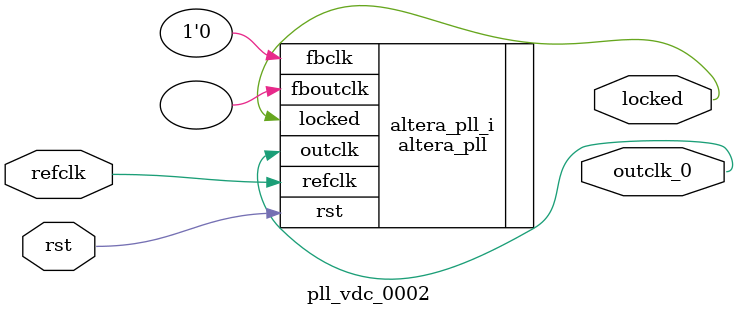
<source format=v>
`timescale 1ns/10ps
module  pll_vdc_0002(

	// interface 'refclk'
	input wire refclk,

	// interface 'reset'
	input wire rst,

	// interface 'outclk0'
	output wire outclk_0,

	// interface 'locked'
	output wire locked
);

	altera_pll #(
		.fractional_vco_multiplier("true"),
		.reference_clock_frequency("50.0 MHz"),
		.pll_fractional_cout(32),
		.pll_dsm_out_sel("1st_order"),
		.operation_mode("direct"),
		.number_of_clocks(1),
		.output_clock_frequency0("32.000000 MHz"),
		.phase_shift0("0 ps"),
		.duty_cycle0(50),
		.output_clock_frequency1("0 MHz"),
		.phase_shift1("0 ps"),
		.duty_cycle1(50),
		.output_clock_frequency2("0 MHz"),
		.phase_shift2("0 ps"),
		.duty_cycle2(50),
		.output_clock_frequency3("0 MHz"),
		.phase_shift3("0 ps"),
		.duty_cycle3(50),
		.output_clock_frequency4("0 MHz"),
		.phase_shift4("0 ps"),
		.duty_cycle4(50),
		.output_clock_frequency5("0 MHz"),
		.phase_shift5("0 ps"),
		.duty_cycle5(50),
		.output_clock_frequency6("0 MHz"),
		.phase_shift6("0 ps"),
		.duty_cycle6(50),
		.output_clock_frequency7("0 MHz"),
		.phase_shift7("0 ps"),
		.duty_cycle7(50),
		.output_clock_frequency8("0 MHz"),
		.phase_shift8("0 ps"),
		.duty_cycle8(50),
		.output_clock_frequency9("0 MHz"),
		.phase_shift9("0 ps"),
		.duty_cycle9(50),
		.output_clock_frequency10("0 MHz"),
		.phase_shift10("0 ps"),
		.duty_cycle10(50),
		.output_clock_frequency11("0 MHz"),
		.phase_shift11("0 ps"),
		.duty_cycle11(50),
		.output_clock_frequency12("0 MHz"),
		.phase_shift12("0 ps"),
		.duty_cycle12(50),
		.output_clock_frequency13("0 MHz"),
		.phase_shift13("0 ps"),
		.duty_cycle13(50),
		.output_clock_frequency14("0 MHz"),
		.phase_shift14("0 ps"),
		.duty_cycle14(50),
		.output_clock_frequency15("0 MHz"),
		.phase_shift15("0 ps"),
		.duty_cycle15(50),
		.output_clock_frequency16("0 MHz"),
		.phase_shift16("0 ps"),
		.duty_cycle16(50),
		.output_clock_frequency17("0 MHz"),
		.phase_shift17("0 ps"),
		.duty_cycle17(50),
		.pll_type("Cyclone V"),
		.pll_subtype("General"),
		.m_cnt_hi_div(6),
		.m_cnt_lo_div(5),
		.n_cnt_hi_div(256),
		.n_cnt_lo_div(256),
		.m_cnt_bypass_en("false"),
		.n_cnt_bypass_en("true"),
		.m_cnt_odd_div_duty_en("true"),
		.n_cnt_odd_div_duty_en("false"),
		.c_cnt_hi_div0(9),
		.c_cnt_lo_div0(9),
		.c_cnt_prst0(1),
		.c_cnt_ph_mux_prst0(0),
		.c_cnt_in_src0("ph_mux_clk"),
		.c_cnt_bypass_en0("false"),
		.c_cnt_odd_div_duty_en0("false"),
		.c_cnt_hi_div1(1),
		.c_cnt_lo_div1(1),
		.c_cnt_prst1(1),
		.c_cnt_ph_mux_prst1(0),
		.c_cnt_in_src1("ph_mux_clk"),
		.c_cnt_bypass_en1("true"),
		.c_cnt_odd_div_duty_en1("false"),
		.c_cnt_hi_div2(1),
		.c_cnt_lo_div2(1),
		.c_cnt_prst2(1),
		.c_cnt_ph_mux_prst2(0),
		.c_cnt_in_src2("ph_mux_clk"),
		.c_cnt_bypass_en2("true"),
		.c_cnt_odd_div_duty_en2("false"),
		.c_cnt_hi_div3(1),
		.c_cnt_lo_div3(1),
		.c_cnt_prst3(1),
		.c_cnt_ph_mux_prst3(0),
		.c_cnt_in_src3("ph_mux_clk"),
		.c_cnt_bypass_en3("true"),
		.c_cnt_odd_div_duty_en3("false"),
		.c_cnt_hi_div4(1),
		.c_cnt_lo_div4(1),
		.c_cnt_prst4(1),
		.c_cnt_ph_mux_prst4(0),
		.c_cnt_in_src4("ph_mux_clk"),
		.c_cnt_bypass_en4("true"),
		.c_cnt_odd_div_duty_en4("false"),
		.c_cnt_hi_div5(1),
		.c_cnt_lo_div5(1),
		.c_cnt_prst5(1),
		.c_cnt_ph_mux_prst5(0),
		.c_cnt_in_src5("ph_mux_clk"),
		.c_cnt_bypass_en5("true"),
		.c_cnt_odd_div_duty_en5("false"),
		.c_cnt_hi_div6(1),
		.c_cnt_lo_div6(1),
		.c_cnt_prst6(1),
		.c_cnt_ph_mux_prst6(0),
		.c_cnt_in_src6("ph_mux_clk"),
		.c_cnt_bypass_en6("true"),
		.c_cnt_odd_div_duty_en6("false"),
		.c_cnt_hi_div7(1),
		.c_cnt_lo_div7(1),
		.c_cnt_prst7(1),
		.c_cnt_ph_mux_prst7(0),
		.c_cnt_in_src7("ph_mux_clk"),
		.c_cnt_bypass_en7("true"),
		.c_cnt_odd_div_duty_en7("false"),
		.c_cnt_hi_div8(1),
		.c_cnt_lo_div8(1),
		.c_cnt_prst8(1),
		.c_cnt_ph_mux_prst8(0),
		.c_cnt_in_src8("ph_mux_clk"),
		.c_cnt_bypass_en8("true"),
		.c_cnt_odd_div_duty_en8("false"),
		.c_cnt_hi_div9(1),
		.c_cnt_lo_div9(1),
		.c_cnt_prst9(1),
		.c_cnt_ph_mux_prst9(0),
		.c_cnt_in_src9("ph_mux_clk"),
		.c_cnt_bypass_en9("true"),
		.c_cnt_odd_div_duty_en9("false"),
		.c_cnt_hi_div10(1),
		.c_cnt_lo_div10(1),
		.c_cnt_prst10(1),
		.c_cnt_ph_mux_prst10(0),
		.c_cnt_in_src10("ph_mux_clk"),
		.c_cnt_bypass_en10("true"),
		.c_cnt_odd_div_duty_en10("false"),
		.c_cnt_hi_div11(1),
		.c_cnt_lo_div11(1),
		.c_cnt_prst11(1),
		.c_cnt_ph_mux_prst11(0),
		.c_cnt_in_src11("ph_mux_clk"),
		.c_cnt_bypass_en11("true"),
		.c_cnt_odd_div_duty_en11("false"),
		.c_cnt_hi_div12(1),
		.c_cnt_lo_div12(1),
		.c_cnt_prst12(1),
		.c_cnt_ph_mux_prst12(0),
		.c_cnt_in_src12("ph_mux_clk"),
		.c_cnt_bypass_en12("true"),
		.c_cnt_odd_div_duty_en12("false"),
		.c_cnt_hi_div13(1),
		.c_cnt_lo_div13(1),
		.c_cnt_prst13(1),
		.c_cnt_ph_mux_prst13(0),
		.c_cnt_in_src13("ph_mux_clk"),
		.c_cnt_bypass_en13("true"),
		.c_cnt_odd_div_duty_en13("false"),
		.c_cnt_hi_div14(1),
		.c_cnt_lo_div14(1),
		.c_cnt_prst14(1),
		.c_cnt_ph_mux_prst14(0),
		.c_cnt_in_src14("ph_mux_clk"),
		.c_cnt_bypass_en14("true"),
		.c_cnt_odd_div_duty_en14("false"),
		.c_cnt_hi_div15(1),
		.c_cnt_lo_div15(1),
		.c_cnt_prst15(1),
		.c_cnt_ph_mux_prst15(0),
		.c_cnt_in_src15("ph_mux_clk"),
		.c_cnt_bypass_en15("true"),
		.c_cnt_odd_div_duty_en15("false"),
		.c_cnt_hi_div16(1),
		.c_cnt_lo_div16(1),
		.c_cnt_prst16(1),
		.c_cnt_ph_mux_prst16(0),
		.c_cnt_in_src16("ph_mux_clk"),
		.c_cnt_bypass_en16("true"),
		.c_cnt_odd_div_duty_en16("false"),
		.c_cnt_hi_div17(1),
		.c_cnt_lo_div17(1),
		.c_cnt_prst17(1),
		.c_cnt_ph_mux_prst17(0),
		.c_cnt_in_src17("ph_mux_clk"),
		.c_cnt_bypass_en17("true"),
		.c_cnt_odd_div_duty_en17("false"),
		.pll_vco_div(2),
		.pll_cp_current(30),
		.pll_bwctrl(2000),
		.pll_output_clk_frequency("576.0 MHz"),
		.pll_fractional_division("2233382994"),
		.mimic_fbclk_type("none"),
		.pll_fbclk_mux_1("glb"),
		.pll_fbclk_mux_2("m_cnt"),
		.pll_m_cnt_in_src("ph_mux_clk"),
		.pll_slf_rst("true")
	) altera_pll_i (
		.rst	(rst),
		.outclk	({outclk_0}),
		.locked	(locked),
		.fboutclk	( ),
		.fbclk	(1'b0),
		.refclk	(refclk)
	);
endmodule


</source>
